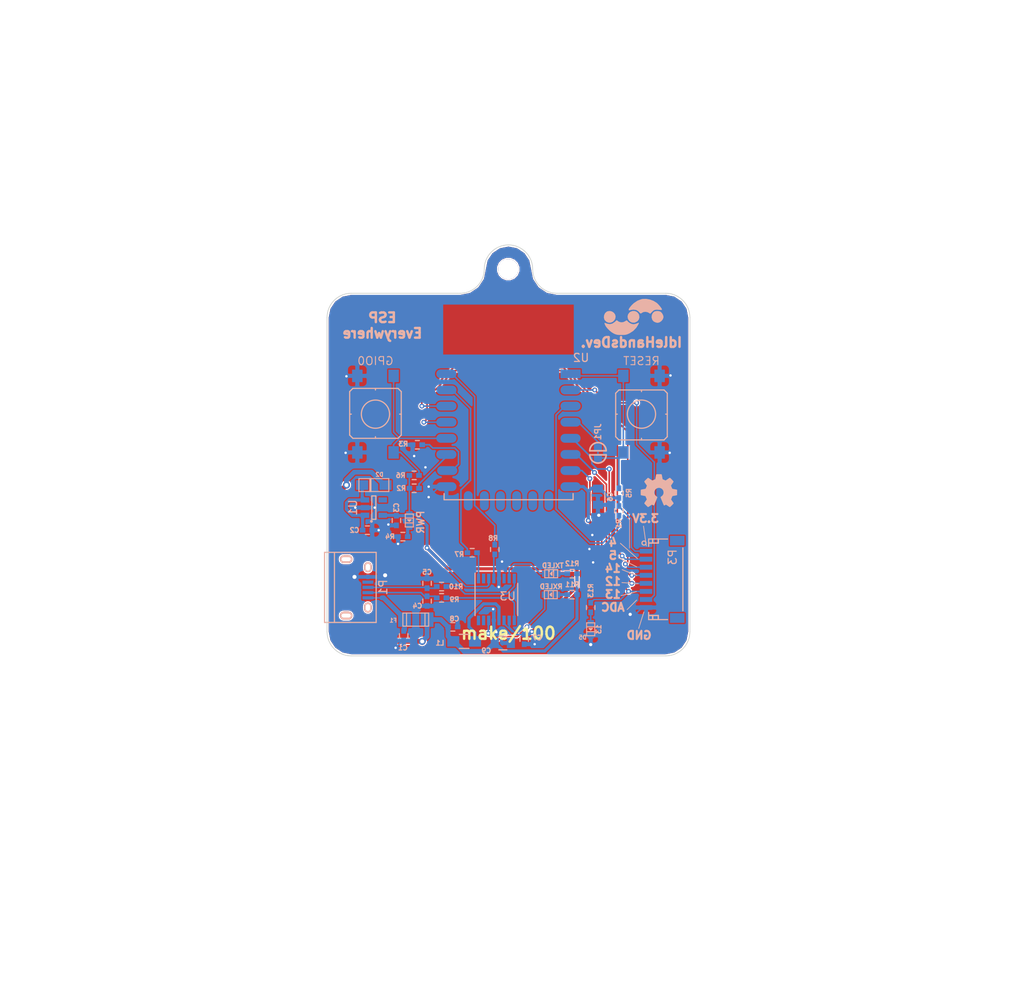
<source format=kicad_pcb>
(kicad_pcb (version 20171130) (host pcbnew "(5.1.12)-1")
  (title_block (title "Sensory Adaptation Robot") (date 2016-03-10) (rev 0.1a) (company "Idle Hands Dev.") (comment 1 "Sean Hodgins"))
  (layers (0 F.Cu signal) (31 B.Cu signal) (34 B.Paste user hide) (35 F.Paste user hide) (36 B.SilkS user hide) (37 F.SilkS user hide) (38 B.Mask user hide) (39 F.Mask user hide) (44 Edge.Cuts user))
  (net 0 "")
  (net 1 GND)
  (net 2 +3V3)
  (net 3 /GPIO0)
  (net 4 /GPIO16)
  (net 5 /CH_PD)
  (net 6 /GPIO2)
  (net 7 "Net-(D1-Pad1)")
  (net 8 /ADC)
  (net 9 /GPIO13)
  (net 10 "Net-(U2-Pad9)")
  (net 11 "Net-(U2-Pad10)")
  (net 12 "Net-(U2-Pad11)")
  (net 13 "Net-(U2-Pad12)")
  (net 14 "Net-(U2-Pad13)")
  (net 15 "Net-(U2-Pad14)")
  (net 16 /GPIO15)
  (net 17 /GPIO5)
  (net 18 "Net-(C1-Pad2)")
  (net 19 "Net-(C2-Pad1)")
  (net 20 "Net-(C4-Pad2)")
  (net 21 "Net-(C5-Pad2)")
  (net 22 VUSB)
  (net 23 "Net-(D3-Pad2)")
  (net 24 "Net-(D3-Pad1)")
  (net 25 "Net-(D4-Pad2)")
  (net 26 "Net-(D4-Pad1)")
  (net 27 "Net-(L1-Pad1)")
  (net 28 /GPIO4)
  (net 29 /GPIO12)
  (net 30 /GPIO14)
  (net 31 /RXESP)
  (net 32 "Net-(R7-Pad2)")
  (net 33 /TXESP)
  (net 34 "Net-(R8-Pad2)")
  (net 35 "Net-(R9-Pad1)")
  (net 36 "Net-(R10-Pad1)")
  (net 37 "Net-(U3-Pad2)")
  (net 38 "Net-(U3-Pad6)")
  (net 39 "Net-(U3-Pad15)")
  (net 40 "Net-(U3-Pad16)")
  (net 41 "Net-(P1-Pad4)")
  (net 42 "Net-(P1-Pad6)")
  (net 43 "Net-(D5-Pad2)")
  (module project_footprints:C_0402_Hand (layer B.Cu) (at 108.6 128.2 270)
    (fp_text reference C3 (at -1.6 0 270) (layer B.SilkS) (effects (font (size 0.6 0.6)) (justify mirror)))
    (fp_text value 2.2uF)
    (pad 1 smd rect (at -0.6 0 270) (size 0.7 0.6) (layers B.Cu B.Paste B.Mask) (net 2 +3V3))
    (pad 2 smd rect (at 0.6 0 270) (size 0.7 0.6) (layers B.Cu B.Paste B.Mask) (net 1 GND))
  )
  (module idlehands_footprints:R_0402_Hand (layer B.Cu) (at 136.2 127 270)
    (fp_text reference R1 (at 1.6 0 270) (layer B.SilkS) (effects (font (size 0.6 0.6)) (justify mirror)))
    (fp_text value 10K hide)
    (pad 1 smd rect (at -0.6 0 270) (size 0.7 0.6) (layers B.Cu B.Paste B.Mask) (net 2 +3V3))
    (pad 2 smd rect (at 0.6 0 270) (size 0.7 0.6) (layers B.Cu B.Paste B.Mask) (net 5 /CH_PD))
  )
  (module idlehands_footprints:R_0402_Hand (layer B.Cu) (at 110.8 124.2)
    (fp_text reference R2 (at -1.6 0 180) (layer B.SilkS) (effects (font (size 0.6 0.6)) (justify mirror)))
    (fp_text value 10K hide)
    (pad 1 smd rect (at -0.6 0) (size 0.7 0.6) (layers B.Cu B.Paste B.Mask) (net 2 +3V3))
    (pad 2 smd rect (at 0.6 0) (size 0.7 0.6) (layers B.Cu B.Paste B.Mask) (net 6 /GPIO2))
  )
  (module idlehands_footprints:R_0402_Hand (layer B.Cu) (at 111.2 118.8 180)
    (fp_text reference R3 (at 1.75 0.1 180) (layer B.SilkS) (effects (font (size 0.6 0.6)) (justify mirror)))
    (fp_text value 1K hide)
    (pad 1 smd rect (at -0.6 0 180) (size 0.7 0.6) (layers B.Cu B.Paste B.Mask) (net 16 /GPIO15))
    (pad 2 smd rect (at 0.6 0 180) (size 0.7 0.6) (layers B.Cu B.Paste B.Mask) (net 1 GND))
  )
  (module idlehands_footprints:R_0402_Hand (layer B.Cu) (at 109.4 130.2 180)
    (fp_text reference R4 (at 1.6 0 180) (layer B.SilkS) (effects (font (size 0.6 0.6)) (justify mirror)))
    (fp_text value 1K hide)
    (pad 1 smd rect (at -0.6 0 180) (size 0.7 0.6) (layers B.Cu B.Paste B.Mask) (net 7 "Net-(D1-Pad1)"))
    (pad 2 smd rect (at 0.6 0 180) (size 0.7 0.6) (layers B.Cu B.Paste B.Mask) (net 1 GND))
  )
  (module idlehands_footprints:R_0402_Hand (layer B.Cu) (at 136.2 124.8 90)
    (fp_text reference R5 (at 0 1.25 90) (layer B.SilkS) (effects (font (size 0.6 0.6)) (justify mirror)))
    (fp_text value 10K hide)
    (pad 1 smd rect (at -0.6 0 90) (size 0.7 0.6) (layers B.Cu B.Paste B.Mask) (net 2 +3V3))
    (pad 2 smd rect (at 0.6 0 90) (size 0.7 0.6) (layers B.Cu B.Paste B.Mask) (net 4 /GPIO16))
  )
  (module idlehands_footprints:R_0402_Hand (layer B.Cu) (at 110.8 122.6)
    (fp_text reference R6 (at -1.675 0) (layer B.SilkS) (effects (font (size 0.6 0.6)) (justify mirror)))
    (fp_text value 1K hide)
    (pad 1 smd rect (at -0.6 0) (size 0.7 0.6) (layers B.Cu B.Paste B.Mask) (net 2 +3V3))
    (pad 2 smd rect (at 0.6 0) (size 0.7 0.6) (layers B.Cu B.Paste B.Mask) (net 3 /GPIO0))
  )
  (module idlehands_footprints:SOLDER-JUMPER_1-WAY-CLOSED (layer B.Cu) (at 133.6 119.8 270)
    (fp_text reference JP1 (at -2.6 0 270) (layer B.SilkS) (effects (font (size 0.762 0.762) (thickness 0.1524)) (justify mirror)))
    (fp_text value Jumper_NC_Small hide)
    (pad 1 smd rect (at -0.65 0 270) (size 1 1) (layers B.Cu B.Paste B.Mask) (net 4 /GPIO16))
    (pad 2 smd rect (at 0.65 0 270) (size 1 1) (layers B.Cu B.Paste B.Mask) (net 4 /GPIO16))
  )
  (module project_footprints:C_0402_Hand (layer B.Cu) (at 109.5 142.5 90)
    (fp_text reference C1 (at -1.5 -0.1 180) (layer B.SilkS) (effects (font (size 0.6 0.6)) (justify mirror)))
    (fp_text value 0.1uF)
    (pad 1 smd rect (at -0.6 0 90) (size 0.7 0.6) (layers B.Cu B.Paste B.Mask) (net 1 GND))
    (pad 2 smd rect (at 0.6 0 90) (size 0.7 0.6) (layers B.Cu B.Paste B.Mask) (net 18 "Net-(C1-Pad2)"))
  )
  (module project_footprints:C_0402_Hand (layer B.Cu) (at 105 129.4)
    (fp_text reference C2 (at -1.6 0) (layer B.SilkS) (effects (font (size 0.6 0.6)) (justify mirror)))
    (fp_text value 1uF)
    (pad 1 smd rect (at -0.6 0) (size 0.7 0.6) (layers B.Cu B.Paste B.Mask) (net 19 "Net-(C2-Pad1)"))
    (pad 2 smd rect (at 0.6 0) (size 0.7 0.6) (layers B.Cu B.Paste B.Mask) (net 1 GND))
  )
  (module project_footprints:C_0402_Hand (layer B.Cu) (at 112.4 138.2 90)
    (fp_text reference C4 (at -0.6 -1.2 180) (layer B.SilkS) (effects (font (size 0.6 0.6)) (justify mirror)))
    (fp_text value 47pF)
    (pad 1 smd rect (at -0.6 0 90) (size 0.7 0.6) (layers B.Cu B.Paste B.Mask) (net 1 GND))
    (pad 2 smd rect (at 0.6 0 90) (size 0.7 0.6) (layers B.Cu B.Paste B.Mask) (net 20 "Net-(C4-Pad2)"))
  )
  (module project_footprints:C_0402_Hand (layer B.Cu) (at 112.4 136 270)
    (fp_text reference C5 (at -1.4 0) (layer B.SilkS) (effects (font (size 0.6 0.6)) (justify mirror)))
    (fp_text value 47pF)
    (pad 1 smd rect (at -0.6 0 270) (size 0.7 0.6) (layers B.Cu B.Paste B.Mask) (net 1 GND))
    (pad 2 smd rect (at 0.6 0 270) (size 0.7 0.6) (layers B.Cu B.Paste B.Mask) (net 21 "Net-(C5-Pad2)"))
  )
  (module project_footprints:C_0402_Hand (layer B.Cu) (at 124.45 142.95 90)
    (fp_text reference C7 (at 0.2 1.6 180) (layer B.SilkS) (effects (font (size 0.6 0.6)) (justify mirror)))
    (fp_text value 0.1uF)
    (pad 1 smd rect (at -0.6 0 90) (size 0.7 0.6) (layers B.Cu B.Paste B.Mask) (net 1 GND))
    (pad 2 smd rect (at 0.6 0 90) (size 0.7 0.6) (layers B.Cu B.Paste B.Mask) (net 2 +3V3))
  )
  (module project_footprints:C_0402_Hand (layer B.Cu) (at 115.6 141.4 180)
    (fp_text reference C8 (at -0.2 1 180) (layer B.SilkS) (effects (font (size 0.6 0.6)) (justify mirror)))
    (fp_text value 0.1uF)
    (pad 1 smd rect (at -0.6 0 180) (size 0.7 0.6) (layers B.Cu B.Paste B.Mask) (net 1 GND))
    (pad 2 smd rect (at 0.6 0 180) (size 0.7 0.6) (layers B.Cu B.Paste B.Mask) (net 22 VUSB))
  )
  (module idlehands_footprints:Led_0603 (layer B.Cu) (at 110.2 128.2 270)
    (fp_text reference D1 hide)
    (fp_text value PWR (at 0.2 -1.4 270) (layer B.SilkS) (effects (font (size 0.9 0.9) (thickness 0.17)) (justify mirror)))
    (pad 2 smd rect (at -0.7493 0 270) (size 0.79756 0.79756) (layers B.Cu B.Paste B.Mask) (net 2 +3V3))
    (pad 1 smd rect (at 0.7493 0 270) (size 0.79756 0.79756) (layers B.Cu B.Paste B.Mask) (net 7 "Net-(D1-Pad1)"))
  )
  (module idlehands_footprints:Led_0603 (layer B.Cu) (at 127.7507 137.4 180)
    (fp_text reference D3 hide)
    (fp_text value RXLED (at -0.0493 1 180) (layer B.SilkS) (effects (font (size 0.6 0.6)) (justify mirror)))
    (pad 2 smd rect (at -0.7493 0 180) (size 0.79756 0.79756) (layers B.Cu B.Paste B.Mask) (net 23 "Net-(D3-Pad2)"))
    (pad 1 smd rect (at 0.7493 0 180) (size 0.79756 0.79756) (layers B.Cu B.Paste B.Mask) (net 24 "Net-(D3-Pad1)"))
  )
  (module idlehands_footprints:Led_0603 (layer B.Cu) (at 127.8 134.8 180)
    (fp_text reference D4 hide)
    (fp_text value TXLED (at -0.2 1 180) (layer B.SilkS) (effects (font (size 0.6 0.6)) (justify mirror)))
    (pad 2 smd rect (at -0.7493 0 180) (size 0.79756 0.79756) (layers B.Cu B.Paste B.Mask) (net 25 "Net-(D4-Pad2)"))
    (pad 1 smd rect (at 0.7493 0 180) (size 0.79756 0.79756) (layers B.Cu B.Paste B.Mask) (net 26 "Net-(D4-Pad1)"))
  )
  (module idlehands_footprints:c_1206 (layer B.Cu) (at 111 140.5)
    (fp_text reference F1 (at -2.8 0.1) (layer B.SilkS) (effects (font (size 0.50038 0.50038) (thickness 0.11938)) (justify mirror)))
    (fp_text value 500mA hide)
    (pad 1 smd rect (at 1.397 0) (size 1.6002 1.8034) (layers B.Cu B.Paste B.Mask) (net 22 VUSB))
    (pad 2 smd rect (at -1.397 0) (size 1.6002 1.8034) (layers B.Cu B.Paste B.Mask) (net 18 "Net-(C1-Pad2)"))
  )
  (module Resistors_SMD:R_0805_HandSoldering (layer B.Cu) (at 117 143.2 180)
    (fp_text reference L1 (at 3 -0.2 180) (layer B.SilkS) (effects (font (size 0.6 0.6)) (justify mirror)))
    (fp_text value FB)
    (pad 1 smd rect (at -1.35 0 180) (size 1.5 1.3) (layers B.Cu B.Paste B.Mask) (net 27 "Net-(L1-Pad1)"))
    (pad 2 smd rect (at 1.35 0 180) (size 1.5 1.3) (layers B.Cu B.Paste B.Mask) (net 22 VUSB))
  )
  (module Connect:USB_Micro-B (layer B.Cu) (at 103.5 136.5 90)
    (fp_text reference P1 (at 0 3.45 90) (layer B.SilkS) (effects (justify mirror)))
    (fp_text value USB_OTG)
    (pad 1 smd rect (at -1.3009 1.56254) (size 1.35 0.4) (layers B.Cu B.Paste B.Mask) (net 18 "Net-(C1-Pad2)"))
    (pad 2 smd rect (at -0.6509 1.56254) (size 1.35 0.4) (layers B.Cu B.Paste B.Mask) (net 20 "Net-(C4-Pad2)"))
    (pad 3 smd rect (at -0.0009 1.56254) (size 1.35 0.4) (layers B.Cu B.Paste B.Mask) (net 21 "Net-(C5-Pad2)"))
    (pad 4 smd rect (at 0.6491 1.56254) (size 1.35 0.4) (layers B.Cu B.Paste B.Mask) (net 41 "Net-(P1-Pad4)"))
    (pad 5 smd rect (at 1.2991 1.56254) (size 1.35 0.4) (layers B.Cu B.Paste B.Mask) (net 1 GND))
    (pad 6 thru_hole oval (at -2.5009 1.56254) (size 0.95 1.25) (drill oval 0.55 0.85) (layers *.Cu *.Mask B.SilkS) (net 42 "Net-(P1-Pad6)"))
    (pad 6 thru_hole oval (at 2.4991 1.56254) (size 0.95 1.25) (drill oval 0.55 0.85) (layers *.Cu *.Mask B.SilkS) (net 42 "Net-(P1-Pad6)"))
    (pad 6 thru_hole oval (at -3.5009 -1.13746) (size 1.55 1) (drill oval 1.15 0.5) (layers *.Cu *.Mask B.SilkS) (net 42 "Net-(P1-Pad6)"))
    (pad 6 thru_hole oval (at 3.4991 -1.13746) (size 1.55 1) (drill oval 1.15 0.5) (layers *.Cu *.Mask B.SilkS) (net 42 "Net-(P1-Pad6)"))
  )
  (module idlehands_footprints:R_0402_Hand (layer B.Cu) (at 118 132.2)
    (fp_text reference R7 (at -1.6 0.2) (layer B.SilkS) (effects (font (size 0.6 0.6)) (justify mirror)))
    (fp_text value 1K hide)
    (pad 1 smd rect (at -0.6 0) (size 0.7 0.6) (layers B.Cu B.Paste B.Mask) (net 31 /RXESP))
    (pad 2 smd rect (at 0.6 0) (size 0.7 0.6) (layers B.Cu B.Paste B.Mask) (net 32 "Net-(R7-Pad2)"))
  )
  (module idlehands_footprints:R_0402_Hand (layer B.Cu) (at 120.8 131.8 270)
    (fp_text reference R8 (at -1.4 0.2) (layer B.SilkS) (effects (font (size 0.6 0.6)) (justify mirror)))
    (fp_text value 1K hide)
    (pad 1 smd rect (at -0.6 0 270) (size 0.7 0.6) (layers B.Cu B.Paste B.Mask) (net 33 /TXESP))
    (pad 2 smd rect (at 0.6 0 270) (size 0.7 0.6) (layers B.Cu B.Paste B.Mask) (net 34 "Net-(R8-Pad2)"))
  )
  (module idlehands_footprints:R_0402_Hand (layer B.Cu) (at 114.2 137.8 180)
    (fp_text reference R9 (at -1.6 -0.2 180) (layer B.SilkS) (effects (font (size 0.6 0.6)) (justify mirror)))
    (fp_text value 27R hide)
    (pad 1 smd rect (at -0.6 0 180) (size 0.7 0.6) (layers B.Cu B.Paste B.Mask) (net 35 "Net-(R9-Pad1)"))
    (pad 2 smd rect (at 0.6 0 180) (size 0.7 0.6) (layers B.Cu B.Paste B.Mask) (net 20 "Net-(C4-Pad2)"))
  )
  (module idlehands_footprints:R_0402_Hand (layer B.Cu) (at 114.2 136.4 180)
    (fp_text reference R10 (at -1.8 0 180) (layer B.SilkS) (effects (font (size 0.6 0.6)) (justify mirror)))
    (fp_text value 27R hide)
    (pad 1 smd rect (at -0.6 0 180) (size 0.7 0.6) (layers B.Cu B.Paste B.Mask) (net 36 "Net-(R10-Pad1)"))
    (pad 2 smd rect (at 0.6 0 180) (size 0.7 0.6) (layers B.Cu B.Paste B.Mask) (net 21 "Net-(C5-Pad2)"))
  )
  (module idlehands_footprints:R_0402_Hand (layer B.Cu) (at 130.4 137.4 180)
    (fp_text reference R11 (at 0 1.25 180) (layer B.SilkS) (effects (font (size 0.6 0.6)) (justify mirror)))
    (fp_text value 1K hide)
    (pad 1 smd rect (at -0.6 0 180) (size 0.7 0.6) (layers B.Cu B.Paste B.Mask) (net 22 VUSB))
    (pad 2 smd rect (at 0.6 0 180) (size 0.7 0.6) (layers B.Cu B.Paste B.Mask) (net 23 "Net-(D3-Pad2)"))
  )
  (module idlehands_footprints:R_0402_Hand (layer B.Cu) (at 130.4 134.8 180)
    (fp_text reference R12 (at 0 1.25 180) (layer B.SilkS) (effects (font (size 0.6 0.6)) (justify mirror)))
    (fp_text value 1K hide)
    (pad 1 smd rect (at -0.6 0 180) (size 0.7 0.6) (layers B.Cu B.Paste B.Mask) (net 22 VUSB))
    (pad 2 smd rect (at 0.6 0 180) (size 0.7 0.6) (layers B.Cu B.Paste B.Mask) (net 25 "Net-(D4-Pad2)"))
  )
  (module TO_SOT_Packages_SMD:SOT-23-5 (layer B.Cu) (at 105.8 126.6)
    (fp_text reference U1 (at -2.6 0 90) (layer B.SilkS) (effects (justify mirror)))
    (fp_text value AP2112K-3.3V)
    (pad 1 smd rect (at -1.1 0.95) (size 1.06 0.65) (layers B.Cu B.Paste B.Mask) (net 19 "Net-(C2-Pad1)"))
    (pad 2 smd rect (at -1.1 0) (size 1.06 0.65) (layers B.Cu B.Paste B.Mask) (net 1 GND))
    (pad 3 smd rect (at -1.1 -0.95) (size 1.06 0.65) (layers B.Cu B.Paste B.Mask) (net 19 "Net-(C2-Pad1)"))
    (pad 4 smd rect (at 1.1 -0.95) (size 1.06 0.65) (layers B.Cu B.Paste B.Mask))
    (pad 5 smd rect (at 1.1 0.95) (size 1.06 0.65) (layers B.Cu B.Paste B.Mask) (net 2 +3V3))
  )
  (module Housings_SSOP:SSOP-16_3.9x4.9mm_Pitch0.635mm (layer B.Cu) (at 121 138 270)
    (fp_text reference U3 (at -0.4 -1.4) (layer B.SilkS) (effects (justify mirror)))
    (fp_text value FT230XS)
    (pad 1 smd rect (at -2.6 2.2225 270) (size 1.2 0.4) (layers B.Cu B.Paste B.Mask) (net 32 "Net-(R7-Pad2)"))
    (pad 2 smd rect (at -2.6 1.5875 270) (size 1.2 0.4) (layers B.Cu B.Paste B.Mask) (net 37 "Net-(U3-Pad2)"))
    (pad 3 smd rect (at -2.6 0.9525 270) (size 1.2 0.4) (layers B.Cu B.Paste B.Mask) (net 2 +3V3))
    (pad 4 smd rect (at -2.6 0.3175 270) (size 1.2 0.4) (layers B.Cu B.Paste B.Mask) (net 34 "Net-(R8-Pad2)"))
    (pad 5 smd rect (at -2.6 -0.3175 270) (size 1.2 0.4) (layers B.Cu B.Paste B.Mask) (net 1 GND))
    (pad 6 smd rect (at -2.6 -0.9525 270) (size 1.2 0.4) (layers B.Cu B.Paste B.Mask) (net 38 "Net-(U3-Pad6)"))
    (pad 7 smd rect (at -2.6 -1.5875 270) (size 1.2 0.4) (layers B.Cu B.Paste B.Mask) (net 26 "Net-(D4-Pad1)"))
    (pad 8 smd rect (at -2.6 -2.2225 270) (size 1.2 0.4) (layers B.Cu B.Paste B.Mask) (net 36 "Net-(R10-Pad1)"))
    (pad 9 smd rect (at 2.6 -2.2225 270) (size 1.2 0.4) (layers B.Cu B.Paste B.Mask) (net 35 "Net-(R9-Pad1)"))
    (pad 10 smd rect (at 2.6 -1.5875 270) (size 1.2 0.4) (layers B.Cu B.Paste B.Mask) (net 2 +3V3))
    (pad 11 smd rect (at 2.6 -0.9525 270) (size 1.2 0.4) (layers B.Cu B.Paste B.Mask) (net 2 +3V3))
    (pad 12 smd rect (at 2.6 -0.3175 270) (size 1.2 0.4) (layers B.Cu B.Paste B.Mask) (net 27 "Net-(L1-Pad1)"))
    (pad 13 smd rect (at 2.6 0.3175 270) (size 1.2 0.4) (layers B.Cu B.Paste B.Mask) (net 1 GND))
    (pad 14 smd rect (at 2.6 0.9525 270) (size 1.2 0.4) (layers B.Cu B.Paste B.Mask) (net 24 "Net-(D3-Pad1)"))
    (pad 15 smd rect (at 2.6 1.5875 270) (size 1.2 0.4) (layers B.Cu B.Paste B.Mask) (net 39 "Net-(U3-Pad15)"))
    (pad 16 smd rect (at 2.6 2.2225 270) (size 1.2 0.4) (layers B.Cu B.Paste B.Mask) (net 40 "Net-(U3-Pad16)"))
  )
  (module project_footprints:kickstarterK (layer F.Cu) (at 122.5 122.5)
    (fp_text reference G*** hide)
    (fp_text value LOGO hide)
  )
  (module ESP8266:ESP-12E_SMD (layer B.Cu) (at 129.5 110 180)
    (fp_text reference U2 (at -2 2 180) (layer B.SilkS) (effects (justify mirror)))
    (fp_text value ESP-12E)
    (pad 1 smd rect (at 0 0 180) (size 2.5 1.1) (drill (offset -0.7 0)) (layers B.Cu B.Paste B.Mask) (net 4 /GPIO16))
    (pad 2 smd oval (at 0 -2 180) (size 2.5 1.1) (drill (offset -0.7 0)) (layers B.Cu B.Paste B.Mask) (net 8 /ADC))
    (pad 3 smd oval (at 0 -4 180) (size 2.5 1.1) (drill (offset -0.7 0)) (layers B.Cu B.Paste B.Mask) (net 5 /CH_PD))
    (pad 4 smd oval (at 0 -6 180) (size 2.5 1.1) (drill (offset -0.7 0)) (layers B.Cu B.Paste B.Mask) (net 4 /GPIO16))
    (pad 5 smd oval (at 0 -8 180) (size 2.5 1.1) (drill (offset -0.7 0)) (layers B.Cu B.Paste B.Mask) (net 30 /GPIO14))
    (pad 6 smd oval (at 0 -10 180) (size 2.5 1.1) (drill (offset -0.7 0)) (layers B.Cu B.Paste B.Mask) (net 29 /GPIO12))
    (pad 7 smd oval (at 0 -12 180) (size 2.5 1.1) (drill (offset -0.7 0)) (layers B.Cu B.Paste B.Mask) (net 9 /GPIO13))
    (pad 8 smd oval (at 0 -14 180) (size 2.5 1.1) (drill (offset -0.7 0)) (layers B.Cu B.Paste B.Mask) (net 2 +3V3))
    (pad 9 smd oval (at 1.99 -15.75 90) (size 2.4 1.1) (layers B.Cu B.Paste B.Mask) (net 10 "Net-(U2-Pad9)"))
    (pad 10 smd oval (at 3.99 -15.75 90) (size 2.4 1.1) (layers B.Cu B.Paste B.Mask) (net 11 "Net-(U2-Pad10)"))
    (pad 11 smd oval (at 5.99 -15.75 90) (size 2.4 1.1) (layers B.Cu B.Paste B.Mask) (net 12 "Net-(U2-Pad11)"))
    (pad 12 smd oval (at 7.99 -15.75 90) (size 2.4 1.1) (layers B.Cu B.Paste B.Mask) (net 13 "Net-(U2-Pad12)"))
    (pad 13 smd oval (at 9.99 -15.75 90) (size 2.4 1.1) (layers B.Cu B.Paste B.Mask) (net 14 "Net-(U2-Pad13)"))
    (pad 14 smd oval (at 11.99 -15.75 90) (size 2.4 1.1) (layers B.Cu B.Paste B.Mask) (net 15 "Net-(U2-Pad14)"))
    (pad 15 smd oval (at 14 -14 180) (size 2.5 1.1) (drill (offset 0.7 0)) (layers B.Cu B.Paste B.Mask) (net 1 GND))
    (pad 16 smd oval (at 14 -12 180) (size 2.5 1.1) (drill (offset 0.6 0)) (layers B.Cu B.Paste B.Mask) (net 16 /GPIO15))
    (pad 17 smd oval (at 14 -10 180) (size 2.5 1.1) (drill (offset 0.7 0)) (layers B.Cu B.Paste B.Mask) (net 6 /GPIO2))
    (pad 18 smd oval (at 14 -8 180) (size 2.5 1.1) (drill (offset 0.7 0)) (layers B.Cu B.Paste B.Mask) (net 3 /GPIO0))
    (pad 19 smd oval (at 14 -6 180) (size 2.5 1.1) (drill (offset 0.7 0)) (layers B.Cu B.Paste B.Mask) (net 28 /GPIO4))
    (pad 20 smd oval (at 14 -4 180) (size 2.5 1.1) (drill (offset 0.7 0)) (layers B.Cu B.Paste B.Mask) (net 17 /GPIO5))
    (pad 21 smd oval (at 14 -2 180) (size 2.5 1.1) (drill (offset 0.7 0)) (layers B.Cu B.Paste B.Mask) (net 31 /RXESP))
    (pad 22 smd oval (at 14 0 180) (size 2.5 1.1) (drill (offset 0.7 0)) (layers B.Cu B.Paste B.Mask) (net 33 /TXESP))
  )
  (module idlehands_footprints:Button_CKN9112CT-ND (layer B.Cu) (at 139 115 270)
    (fp_text reference SW3 hide)
    (fp_text value RESET (at -6.6 0) (layer B.SilkS) (effects (font (thickness 0.125)) (justify mirror)))
    (pad 1 smd rect (at 4.75 -2.25 270) (size 1.55 1.3) (layers B.Cu B.Paste B.Mask) (net 1 GND))
    (pad 2 smd rect (at 4.75 2.25 270) (size 1.55 1.3) (layers B.Cu B.Paste B.Mask) (net 4 /GPIO16))
    (pad 2 smd rect (at -4.75 2.25 270) (size 1.55 1.3) (layers B.Cu B.Paste B.Mask) (net 4 /GPIO16))
    (pad 1 smd rect (at -4.75 -2.25 270) (size 1.55 1.3) (layers B.Cu B.Paste B.Mask) (net 1 GND))
  )
  (module idlehands_footprints:Button_CKN9112CT-ND (layer B.Cu) (at 106 115 90)
    (fp_text reference SW2 hide)
    (fp_text value GPIO0 (at 6.6 0 180) (layer B.SilkS) (effects (font (thickness 0.125)) (justify mirror)))
    (pad 1 smd rect (at 4.75 -2.25 90) (size 1.55 1.3) (layers B.Cu B.Paste B.Mask) (net 1 GND))
    (pad 2 smd rect (at 4.75 2.25 90) (size 1.55 1.3) (layers B.Cu B.Paste B.Mask) (net 3 /GPIO0))
    (pad 2 smd rect (at -4.75 2.25 90) (size 1.55 1.3) (layers B.Cu B.Paste B.Mask) (net 3 /GPIO0))
    (pad 1 smd rect (at -4.75 -2.25 90) (size 1.55 1.3) (layers B.Cu B.Paste B.Mask) (net 1 GND))
  )
  (module idlehands_footprints:MountingHole_2.5mm_NO (layer F.Cu) (at 122.5 97)
    (fp_text reference REF** hide)
    (fp_text value MountingHole_2.5mm hide)
    (pad 1 thru_hole circle (at -0.025 0) (size 2.5 2.5) (drill 2.5) (layers *.Cu))
  )
  (module idlehands_footprints:Led_0603 (layer B.Cu) (at 132.7 141.7 270)
    (fp_text reference D5 (at 1 1 180) (layer B.SilkS) (effects (font (size 0.5 0.5) (thickness 0.125)) (justify mirror)))
    (fp_text value 13 (at 0 -1 270) (layer B.SilkS) (effects (font (size 0.6 0.6)) (justify mirror)))
    (pad 2 smd rect (at -0.7493 0 270) (size 0.79756 0.79756) (layers B.Cu B.Paste B.Mask) (net 43 "Net-(D5-Pad2)"))
    (pad 1 smd rect (at 0.7493 0 270) (size 0.79756 0.79756) (layers B.Cu B.Paste B.Mask) (net 1 GND))
  )
  (module idlehands_footprints:R_0402_Hand (layer B.Cu) (at 132.7 139 270)
    (fp_text reference R13 (at -2.1 0 270) (layer B.SilkS) (effects (font (size 0.6 0.6)) (justify mirror)))
    (fp_text value 1K hide)
    (pad 1 smd rect (at -0.6 0 270) (size 0.7 0.6) (layers B.Cu B.Paste B.Mask) (net 9 /GPIO13))
    (pad 2 smd rect (at 0.6 0 270) (size 0.7 0.6) (layers B.Cu B.Paste B.Mask) (net 43 "Net-(D5-Pad2)"))
  )
  (module idlehands_footprints:bat20j (layer B.Cu) (at 105.8 123.8 180)
    (fp_text reference D2 (at -0.7 1.3 180) (layer B.SilkS) (effects (font (size 0.5 0.5) (thickness 0.125)) (justify mirror)))
    (fp_text value BAT20J hide)
    (pad 2 smd rect (at -1.45 0 180) (size 1.5 1.2) (layers B.Cu B.Paste B.Mask) (net 22 VUSB))
    (pad 1 smd rect (at 1.45 0 180) (size 1.5 1.2) (layers B.Cu B.Paste B.Mask) (net 19 "Net-(C2-Pad1)"))
  )
  (module idlehands_footprints:C_0805 (layer B.Cu) (at 133.6 125.25 90)
    (fp_text reference C6 (at 0 1.5 90) (layer B.SilkS) (effects (font (size 0.6 0.6)) (justify mirror)))
    (fp_text value 10uF)
    (pad 1 smd rect (at -1 0 90) (size 1 1.25) (layers B.Cu B.Paste B.Mask) (net 1 GND))
    (pad 2 smd rect (at 1 0 90) (size 1 1.25) (layers B.Cu B.Paste B.Mask) (net 2 +3V3))
  )
  (module idlehands_footprints:C_0805 (layer B.Cu) (at 121.8 143.4 180)
    (fp_text reference C9 (at 2.05 -0.95 180) (layer B.SilkS) (effects (font (size 0.6 0.6)) (justify mirror)))
    (fp_text value 10uF)
    (pad 1 smd rect (at -1 0 180) (size 1 1.25) (layers B.Cu B.Paste B.Mask) (net 1 GND))
    (pad 2 smd rect (at 1 0 180) (size 1 1.25) (layers B.Cu B.Paste B.Mask) (net 22 VUSB))
  )
  (module Connectors_JST_SH:Connectors_JST_SM08B-SRSS-TB (layer B.Cu) (at 141.5 135.5 270)
    (fp_text reference P3 (at -2.75 -1.35 270) (layer B.SilkS) (effects (justify mirror)))
    (fp_text value CONN_01X08)
    (pad 1 smd rect (at -3.5 1.9375 270) (size 0.6 1.55) (layers B.Cu B.Paste B.Mask) (net 2 +3V3))
    (pad 2 smd rect (at -2.5 1.9375 270) (size 0.6 1.55) (layers B.Cu B.Paste B.Mask) (net 28 /GPIO4))
    (pad 3 smd rect (at -1.5 1.9375 270) (size 0.6 1.55) (layers B.Cu B.Paste B.Mask) (net 17 /GPIO5))
    (pad 4 smd rect (at -0.5 1.9375 270) (size 0.6 1.55) (layers B.Cu B.Paste B.Mask) (net 30 /GPIO14))
    (pad 5 smd rect (at 0.5 1.9375 270) (size 0.6 1.55) (layers B.Cu B.Paste B.Mask) (net 29 /GPIO12))
    (pad 6 smd rect (at 1.5 1.9375 270) (size 0.6 1.55) (layers B.Cu B.Paste B.Mask) (net 9 /GPIO13))
    (pad 7 smd rect (at 2.5 1.9375 270) (size 0.6 1.55) (layers B.Cu B.Paste B.Mask) (net 8 /ADC))
    (pad 8 smd rect (at 3.5 1.9375 270) (size 0.6 1.55) (layers B.Cu B.Paste B.Mask) (net 1 GND))
    (pad "" smd rect (at -4.8 -1.9375 270) (size 1.2 1.8) (layers B.Cu B.Paste B.Mask))
    (pad "" smd rect (at 4.8 -1.9375 270) (size 1.2 1.8) (layers B.Cu B.Paste B.Mask))
  )
  (module idlehands_footprints:IdlehandsdevLogo (layer B.Cu) (at 138 103)
    (fp_text reference G*** hide)
    (fp_text value LOGO hide)
  )
  (module idlehands_footprints:OSHLogo (layer B.Cu) (at 141.15 124.55 180)
    (fp_text reference G*** hide)
    (fp_text value LOGO hide)
  )
  (gr_line (start 138.65 141.6) (end 139.3 139.55) (layer B.SilkS) (width 0.1))
  (gr_text GND (at 138.7 142.45) (layer B.SilkS) (effects (font (size 1 1) (thickness 0.25)) (justify mirror)))
  (gr_line (start 139.25 128.9) (end 139.6 131.35) (layer B.SilkS) (width 0.1))
  (gr_text "3.3V\n" (at 139.5 127.95) (layer B.SilkS) (effects (font (size 1 1) (thickness 0.25)) (justify mirror)))
  (gr_text make/100 (at 122.5 142.2) (layer F.SilkS) (effects (font (size 1.5 1.5) (thickness 0.3))))
  (gr_line (start 137.225 139.25) (end 138.4 138.075) (layer B.SilkS) (width 0.1))
  (gr_line (start 136.475 137.525) (end 138.375 137.025) (layer B.SilkS) (width 0.1))
  (gr_line (start 136.575 135.9) (end 138.6 136.05) (layer B.SilkS) (width 0.1))
  (gr_line (start 136.6 134.3) (end 138.425 135.025) (layer B.SilkS) (width 0.1))
  (gr_line (start 136.15 132.825) (end 138.4 133.95) (layer B.SilkS) (width 0.1))
  (gr_line (start 136.375 131.025) (end 138.5 132.925) (layer B.SilkS) (width 0.1))
  (gr_text "4\n5\n14\n12\n13\nADC" (at 135.45 134.95) (layer B.SilkS) (effects (font (size 1 1) (thickness 0.25)) (justify mirror)))
  (gr_text "ESP\nEverywhere" (at 106.85 104) (layer B.SilkS) (effects (font (size 1.2 1.2) (thickness 0.3)) (justify mirror)))
  (gr_text "IdleHandsDev.\n" (at 137.75 106.1) (layer B.SilkS) (effects (font (size 1.2 1.2) (thickness 0.3)) (justify mirror)))
  (gr_line (start 142 100) (end 128.5 100) (layer Edge.Cuts) (width 0.1))
  (gr_arc (start 128.5 97) (end 128.5 100) (angle 90) (layer Edge.Cuts) (width 0.1))
  (gr_arc (start 122.5 97) (end 119.5 97) (angle 180) (layer Edge.Cuts) (width 0.1))
  (gr_arc (start 116.5 97) (end 119.5 97) (angle 90) (layer Edge.Cuts) (width 0.1))
  (gr_arc (start 142 142) (end 145 142) (angle 90) (layer Edge.Cuts) (width 0.1))
  (gr_arc (start 103 142) (end 103 145) (angle 90) (layer Edge.Cuts) (width 0.1))
  (gr_arc (start 103 103) (end 100 103) (angle 90) (layer Edge.Cuts) (width 0.1))
  (gr_arc (start 142 103) (end 142 100) (angle 90) (layer Edge.Cuts) (width 0.1))
  (gr_line (start 103 145) (end 142 145) (layer Edge.Cuts) (width 0.1))
  (gr_line (start 145 103) (end 145 142) (layer Edge.Cuts) (width 0.1))
  (gr_line (start 103 100) (end 116.5 100) (layer Edge.Cuts) (width 0.1))
  (gr_line (start 100 142) (end 100 103) (layer Edge.Cuts) (width 0.1))
  (segment (start 132.7 142.4493) (end 132.7 143.6) (width 0.2) (layer B.Cu) (net 1))
  (via (at 132.7 143.6) (size 0.6) (drill 0.4) (layers F.Cu B.Cu) (net 1))
  (segment (start 139.5625 139) (end 139.0875 139) (width 0.2) (layer B.Cu) (net 1))
  (segment (start 139.0875 139) (end 138.2375 139.85) (width 0.2) (layer B.Cu) (net 1))
  (segment (start 138.2375 139.85) (end 137.6 139.85) (width 0.2) (layer B.Cu) (net 1))
  (via (at 137.6 139.85) (size 0.6) (drill 0.4) (layers F.Cu B.Cu) (net 1))
  (segment (start 124.45 143.55) (end 125.75 143.55) (width 0.2) (layer B.Cu) (net 1))
  (via (at 125.75 143.55) (size 0.6) (drill 0.3) (layers F.Cu B.Cu) (net 1))
  (segment (start 133.7 127.55) (end 133.35 127.9) (width 0.2) (layer B.Cu) (net 1))
  (segment (start 133.35 127.9) (end 133.35 129.55) (width 0.2) (layer B.Cu) (net 1))
  (segment (start 133.6 126.25) (end 133.6 127.45) (width 0.2) (layer B.Cu) (net 1))
  (segment (start 133.6 127.45) (end 133.7 127.55) (width 0.2) (layer B.Cu) (net 1))
  (via (at 133.7 127.55) (size 0.6) (drill 0.4) (layers F.Cu B.Cu) (net 1))
  (segment (start 132.9 130) (end 132.9 130.424264) (width 0.2) (layer F.Cu) (net 1))
  (segment (start 132.9 130.424264) (end 132.95 130.474264) (width 0.2) (layer F.Cu) (net 1))
  (segment (start 132.95 130.474264) (end 132.95 131.33076) (width 0.2) (layer F.Cu) (net 1))
  (segment (start 133.35 129.55) (end 132.9 130) (width 0.2) (layer B.Cu) (net 1))
  (via (at 132.9 130) (size 0.6) (drill 0.3) (layers F.Cu B.Cu) (net 1))
  (segment (start 121.4 133.55) (end 121.45 133.55) (width 0.2) (layer B.Cu) (net 1))
  (segment (start 121.45 133.55) (end 121.7 133.3) (width 0.2) (layer B.Cu) (net 1))
  (via (at 121.7 133.3) (size 0.6) (drill 0.3) (layers F.Cu B.Cu) (net 1))
  (segment (start 115.5 124) (end 113.9 124) (width 0.2) (layer B.Cu) (net 1))
  (via (at 112.6 125.3) (size 0.6) (drill 0.3) (layers F.Cu B.Cu) (net 1))
  (segment (start 113.9 124) (end 112.6 125.3) (width 0.2) (layer B.Cu) (net 1))
  (segment (start 109.5 143.1) (end 109.4 143.1) (width 0.2) (layer B.Cu) (net 1))
  (segment (start 109.4 143.1) (end 108.5 144) (width 0.2) (layer B.Cu) (net 1))
  (via (at 108.5 144) (size 0.6) (drill 0.3) (layers F.Cu B.Cu) (net 1))
  (segment (start 121.3175 135.4) (end 121.3175 133.6325) (width 0.2) (layer B.Cu) (net 1))
  (segment (start 121.3175 133.6325) (end 121.4 133.55) (width 0.2) (layer B.Cu) (net 1))
  (segment (start 121.3175 135.4) (end 121.3175 136.4325) (width 0.2) (layer B.Cu) (net 1))
  (segment (start 121.3175 136.4325) (end 121.3 136.45) (width 0.2) (layer B.Cu) (net 1))
  (via (at 121.3 136.45) (size 0.6) (drill 0.3) (layers F.Cu B.Cu) (net 1))
  (segment (start 141.25 119.75) (end 142.45 119.75) (width 0.2) (layer B.Cu) (net 1))
  (via (at 142.5 119.8) (size 0.6) (drill 0.3) (layers F.Cu B.Cu) (net 1))
  (segment (start 142.45 119.75) (end 142.5 119.8) (width 0.2) (layer B.Cu) (net 1))
  (segment (start 141.25 110.25) (end 142.55 110.25) (width 0.2) (layer B.Cu) (net 1))
  (segment (start 142.55 110.25) (end 142.6 110.2) (width 0.2) (layer B.Cu) (net 1))
  (via (at 142.6 110.2) (size 0.6) (drill 0.3) (layers F.Cu B.Cu) (net 1))
  (segment (start 103.75 110.25) (end 102.45 110.25) (width 0.2) (layer B.Cu) (net 1))
  (segment (start 102.45 110.25) (end 102.4 110.3) (width 0.2) (layer B.Cu) (net 1))
  (via (at 102.4 110.3) (size 0.6) (drill 0.3) (layers F.Cu B.Cu) (net 1))
  (segment (start 103.75 119.75) (end 102.35 119.75) (width 0.2) (layer B.Cu) (net 1))
  (segment (start 102.35 119.75) (end 102.3 119.8) (width 0.2) (layer B.Cu) (net 1))
  (via (at 102.3 119.8) (size 0.6) (drill 0.3) (layers F.Cu B.Cu) (net 1))
  (segment (start 108.8 130.2) (end 108.8 131.1) (width 0.2) (layer B.Cu) (net 1))
  (via (at 108.8 131.1) (size 0.6) (drill 0.3) (layers F.Cu B.Cu) (net 1))
  (segment (start 108.6 128.8) (end 107.7 128.8) (width 0.2) (layer B.Cu) (net 1))
  (segment (start 107.7 128.8) (end 107.6 128.7) (width 0.2) (layer B.Cu) (net 1))
  (via (at 107.6 128.7) (size 0.6) (drill 0.3) (layers F.Cu B.Cu) (net 1))
  (segment (start 105.6 129.4) (end 106.4 129.4) (width 0.2) (layer B.Cu) (net 1))
  (via (at 106.4 129.4) (size 0.6) (drill 0.3) (layers F.Cu B.Cu) (net 1))
  (segment (start 104.7 126.6) (end 105.9 126.6) (width 0.2) (layer B.Cu) (net 1))
  (via (at 105.9 126.6) (size 0.6) (drill 0.3) (layers F.Cu B.Cu) (net 1))
  (segment (start 104.7 126.6) (end 103.5 126.6) (width 0.2) (layer B.Cu) (net 1))
  (via (at 103.5 126.6) (size 0.6) (drill 0.3) (layers F.Cu B.Cu) (net 1))
  (segment (start 132.54038 131.74038) (end 132.54038 132.94038) (width 0.2) (layer B.Cu) (net 1))
  (segment (start 132.54038 132.94038) (end 133 133.4) (width 0.2) (layer B.Cu) (net 1))
  (via (at 133 133.4) (size 0.6) (drill 0.3) (layers F.Cu B.Cu) (net 1))
  (segment (start 132.95 131.33076) (end 132.54038 131.74038) (width 0.2) (layer F.Cu) (net 1))
  (via (at 132.54038 131.74038) (size 0.6) (drill 0.3) (layers F.Cu B.Cu) (net 1))
  (segment (start 120.6825 140.6) (end 120.6825 141.7325) (width 0.2) (layer B.Cu) (net 1))
  (segment (start 120.6825 141.7325) (end 121 142.05) (width 0.2) (layer B.Cu) (net 1))
  (via (at 121 142.05) (size 0.6) (drill 0.3) (layers F.Cu B.Cu) (net 1))
  (segment (start 120.6825 140.6) (end 120.6825 139.2825) (width 0.4) (layer B.Cu) (net 1))
  (segment (start 120.6825 139.2825) (end 120.6 139.2) (width 0.4) (layer B.Cu) (net 1))
  (via (at 120.6 139.2) (size 0.6) (drill 0.3) (layers F.Cu B.Cu) (net 1))
  (segment (start 110.6 118.8) (end 110.6 120) (width 0.2) (layer B.Cu) (net 1))
  (segment (start 110.6 120) (end 110.8 120.2) (width 0.2) (layer B.Cu) (net 1))
  (segment (start 112.2 121.6) (end 110.8 120.2) (width 0.2) (layer B.Cu) (net 1))
  (via (at 110.8 120.2) (size 0.6) (drill 0.3) (layers F.Cu B.Cu) (net 1))
  (segment (start 112.6 124) (end 112.6 122) (width 0.2) (layer F.Cu) (net 1))
  (segment (start 112.6 122) (end 112.2 121.6) (width 0.2) (layer F.Cu) (net 1))
  (via (at 112.2 121.6) (size 0.6) (drill 0.3) (layers F.Cu B.Cu) (net 1))
  (segment (start 115.5 124) (end 112.6 124) (width 0.2) (layer B.Cu) (net 1))
  (via (at 112.6 124) (size 0.6) (drill 0.3) (layers F.Cu B.Cu) (net 1))
  (segment (start 105.06254 135.2009) (end 106.9991 135.2009) (width 0.4) (layer B.Cu) (net 1))
  (segment (start 106.9991 135.2009) (end 107.2 135) (width 0.4) (layer B.Cu) (net 1))
  (via (at 107.2 135) (size 0.89) (drill 0.5) (layers F.Cu B.Cu) (net 1))
  (segment (start 105.06254 135.2009) (end 103.4009 135.2009) (width 0.4) (layer B.Cu) (net 1))
  (segment (start 103.4009 135.2009) (end 103.4 135.2) (width 0.4) (layer B.Cu) (net 1))
  (via (at 103.4 135.2) (size 0.89) (drill 0.5) (layers F.Cu B.Cu) (net 1))
  (segment (start 124.6 143.4) (end 124.55 143.4) (width 0.2) (layer B.Cu) (net 1))
  (segment (start 137.75 131.55) (end 137.75 128) (width 0.2) (layer B.Cu) (net 2))
  (segment (start 137.75 128) (end 136.2 126.45) (width 0.2) (layer B.Cu) (net 2))
  (segment (start 136.2 126.45) (end 136.2 126.4) (width 0.2) (layer B.Cu) (net 2))
  (segment (start 138.2 132) (end 137.75 131.55) (width 0.2) (layer B.Cu) (net 2))
  (segment (start 139.5625 132) (end 138.2 132) (width 0.2) (layer B.Cu) (net 2))
  (segment (start 123.15 142) (end 123.5 142.35) (width 0.2) (layer B.Cu) (net 2))
  (segment (start 123.5 142.35) (end 124.45 142.35) (width 0.2) (layer B.Cu) (net 2))
  (segment (start 125.4 142) (end 125.05 142.35) (width 0.4) (layer B.Cu) (net 2))
  (segment (start 125.05 142.35) (end 124.45 142.35) (width 0.4) (layer B.Cu) (net 2))
  (segment (start 136.2 126.4) (end 136.2 125.4) (width 0.2) (layer B.Cu) (net 2))
  (segment (start 110.2 124.2) (end 110.2 122.6) (width 0.2) (layer B.Cu) (net 2))
  (segment (start 110.2 127.4507) (end 110.2 126.85192) (width 0.2) (layer B.Cu) (net 2))
  (segment (start 110.2 126.85192) (end 110.2 124.2) (width 0.2) (layer B.Cu) (net 2))
  (segment (start 131 136.4) (end 125.4 142) (width 0.4) (layer F.Cu) (net 2))
  (via (at 125.4 142) (size 0.6) (drill 0.3) (layers F.Cu B.Cu) (net 2))
  (segment (start 131 134.2) (end 131 136.4) (width 0.4) (layer F.Cu) (net 2))
  (segment (start 133.6 131.6) (end 133.6 129.4) (width 0.4) (layer F.Cu) (net 2))
  (segment (start 133.6 129.4) (end 132.4 128.2) (width 0.4) (layer F.Cu) (net 2))
  (segment (start 131 134.2) (end 133.6 131.6) (width 0.4) (layer F.Cu) (net 2))
  (segment (start 115 134.2) (end 131 134.2) (width 0.4) (layer F.Cu) (net 2))
  (segment (start 112.4 131.6) (end 115 134.2) (width 0.4) (layer F.Cu) (net 2))
  (segment (start 136.2 125.4) (end 135 125.4) (width 0.4) (layer B.Cu) (net 2))
  (segment (start 135 125.4) (end 133.8 124.2) (width 0.4) (layer B.Cu) (net 2))
  (segment (start 132.4 124.6) (end 132.8 124.2) (width 0.4) (layer B.Cu) (net 2))
  (segment (start 132.8 124.2) (end 133.8 124.2) (width 0.4) (layer B.Cu) (net 2))
  (segment (start 132.4 128.2) (end 132.4 124.6) (width 0.4) (layer B.Cu) (net 2))
  (segment (start 132.4 124.6) (end 131.8 124) (width 0.4) (layer B.Cu) (net 2))
  (segment (start 131.8 124) (end 129.5 124) (width 0.4) (layer B.Cu) (net 2))
  (via (at 132.4 128.2) (size 0.6) (drill 0.3) (layers F.Cu B.Cu) (net 2))
  (via (at 112.4 131.6) (size 0.6) (drill 0.3) (layers F.Cu B.Cu) (net 2))
  (segment (start 112.4 128.85192) (end 112.4 131.6) (width 0.4) (layer B.Cu) (net 2))
  (segment (start 112.4 131.6) (end 114.6 133.8) (width 0.4) (layer B.Cu) (net 2))
  (segment (start 110.2 127.4507) (end 110.99878 127.4507) (width 0.4) (layer B.Cu) (net 2))
  (segment (start 110.99878 127.4507) (end 112.4 128.85192) (width 0.4) (layer B.Cu) (net 2))
  (segment (start 117.2 136.4) (end 119.8475 136.4) (width 0.2) (layer B.Cu) (net 2))
  (segment (start 119.8475 136.4) (end 120.0475 136.2) (width 0.2) (layer B.Cu) (net 2))
  (segment (start 120.0475 136.2) (end 120.0475 135.4) (width 0.2) (layer B.Cu) (net 2))
  (segment (start 114.6 133.8) (end 117.2 136.4) (width 0.2) (layer B.Cu) (net 2))
  (segment (start 123.15 142) (end 122.5875 141.4375) (width 0.2) (layer B.Cu) (net 2))
  (segment (start 123.15 142) (end 122.9525 142) (width 0.2) (layer B.Cu) (net 2))
  (segment (start 122.9525 142) (end 121.9525 141) (width 0.2) (layer B.Cu) (net 2))
  (segment (start 121.9525 141) (end 121.9525 140.6) (width 0.2) (layer B.Cu) (net 2))
  (segment (start 122.5875 141.4375) (end 122.5875 141.4) (width 0.2) (layer B.Cu) (net 2))
  (segment (start 122.5875 141.4) (end 122.5875 140.6) (width 0.2) (layer B.Cu) (net 2))
  (segment (start 108.6 127.6) (end 110.0507 127.6) (width 0.4) (layer B.Cu) (net 2))
  (segment (start 110.0507 127.6) (end 110.2 127.4507) (width 0.4) (layer B.Cu) (net 2))
  (segment (start 106.9 127.55) (end 108.55 127.55) (width 0.4) (layer B.Cu) (net 2))
  (segment (start 108.55 127.55) (end 108.6 127.6) (width 0.4) (layer B.Cu) (net 2))
  (segment (start 109.025 118) (end 108.25 117.225) (width 0.2) (layer B.Cu) (net 3))
  (segment (start 108.25 117.225) (end 108.25 110.25) (width 0.2) (layer B.Cu) (net 3))
  (segment (start 108.25 119.75) (end 108.25 118.775) (width 0.2) (layer B.Cu) (net 3))
  (segment (start 108.25 118.775) (end 109.025 118) (width 0.2) (layer B.Cu) (net 3))
  (segment (start 109.025 118) (end 115.5 118) (width 0.2) (layer B.Cu) (net 3))
  (segment (start 111.4 122.6) (end 111.4 122.05) (width 0.2) (layer B.Cu) (net 3))
  (segment (start 111.4 122.05) (end 109.1 119.75) (width 0.2) (layer B.Cu) (net 3))
  (segment (start 109.1 119.75) (end 108.25 119.75) (width 0.2) (layer B.Cu) (net 3))
  (segment (start 133.6 120.45) (end 136.05 120.45) (width 0.2) (layer B.Cu) (net 4))
  (segment (start 136.05 120.45) (end 136.75 119.75) (width 0.2) (layer B.Cu) (net 4))
  (segment (start 133.6 119.15) (end 133.6 120.45) (width 0.2) (layer B.Cu) (net 4))
  (segment (start 129.5 116) (end 131.15 116) (width 0.2) (layer B.Cu) (net 4))
  (segment (start 131.15 116) (end 133.6 118.45) (width 0.2) (layer B.Cu) (net 4))
  (segment (start 133.6 118.45) (end 133.6 119.15) (width 0.2) (layer B.Cu) (net 4))
  (segment (start 136.75 110.25) (end 129.75 110.25) (width 0.2) (layer B.Cu) (net 4))
  (segment (start 129.75 110.25) (end 129.5 110) (width 0.2) (layer B.Cu) (net 4))
  (segment (start 136.75 119.75) (end 136.75 110.25) (width 0.2) (layer B.Cu) (net 4))
  (segment (start 136.2 124.2) (end 136.2 120.3) (width 0.2) (layer B.Cu) (net 4))
  (segment (start 136.2 120.3) (end 136.75 119.75) (width 0.2) (layer B.Cu) (net 4))
  (segment (start 129.5 114) (end 128.4 115.1) (width 0.2) (layer B.Cu) (net 5))
  (segment (start 128.4 115.1) (end 128.4 126.8) (width 0.2) (layer B.Cu) (net 5))
  (segment (start 128.4 126.8) (end 132.6 131) (width 0.2) (layer B.Cu) (net 5))
  (segment (start 132.6 131) (end 134.2 131) (width 0.2) (layer B.Cu) (net 5))
  (segment (start 134.2 131) (end 136.2 129) (width 0.2) (layer B.Cu) (net 5))
  (segment (start 136.2 129) (end 136.2 127.6) (width 0.2) (layer B.Cu) (net 5))
  (segment (start 111.4 124.2) (end 111.4 123.668616) (width 0.2) (layer B.Cu) (net 6))
  (segment (start 111.4 123.668616) (end 115.068616 120) (width 0.2) (layer B.Cu) (net 6))
  (segment (start 115.068616 120) (end 115.5 120) (width 0.2) (layer B.Cu) (net 6))
  (segment (start 110 130.2) (end 110 129.1493) (width 0.4) (layer B.Cu) (net 7))
  (segment (start 110 129.1493) (end 110.2 128.9493) (width 0.4) (layer B.Cu) (net 7))
  (segment (start 138.4 113.6) (end 138.4 118.775002) (width 0.2) (layer B.Cu) (net 8))
  (segment (start 138.4 118.775002) (end 140.587501 120.962503) (width 0.2) (layer B.Cu) (net 8))
  (segment (start 140.587501 120.962503) (end 140.587501 137.449999) (width 0.2) (layer B.Cu) (net 8))
  (segment (start 140.587501 137.449999) (end 140.0375 138) (width 0.2) (layer B.Cu) (net 8))
  (segment (start 140.0375 138) (end 139.5625 138) (width 0.2) (layer B.Cu) (net 8))
  (segment (start 133.2 112) (end 132.775736 112) (width 0.2) (layer B.Cu) (net 8))
  (segment (start 132.775736 112) (end 129.5 112) (width 0.2) (layer B.Cu) (net 8))
  (segment (start 138.4 113.6) (end 134.8 113.6) (width 0.2) (layer F.Cu) (net 8))
  (segment (start 134.8 113.6) (end 133.2 112) (width 0.2) (layer F.Cu) (net 8))
  (via (at 133.2 112) (size 0.6) (drill 0.3) (layers F.Cu B.Cu) (net 8))
  (via (at 138.4 113.6) (size 0.6) (drill 0.3) (layers F.Cu B.Cu) (net 8))
  (segment (start 134.064001 133.664001) (end 134.064001 129.227591) (width 0.2) (layer F.Cu) (net 9))
  (segment (start 132.7 138.4) (end 133.1 138) (width 0.2) (layer B.Cu) (net 9))
  (segment (start 133.1 138) (end 136.4 138) (width 0.2) (layer B.Cu) (net 9))
  (segment (start 136.4 138) (end 137.4 137) (width 0.2) (layer B.Cu) (net 9))
  (segment (start 137.4 137) (end 139.5625 137) (width 0.2) (layer B.Cu) (net 9))
  (segment (start 134.064001 133.664001) (end 137.4 137) (width 0.2) (layer F.Cu) (net 9))
  (via (at 137.4 137) (size 0.6) (drill 0.3) (layers F.Cu B.Cu) (net 9))
  (segment (start 134.064001 129.3) (end 134.064001 129.227591) (width 0.2) (layer F.Cu) (net 9))
  (segment (start 134.064001 129.227591) (end 132.950001 128.113591) (width 0.2) (layer F.Cu) (net 9))
  (segment (start 132.950001 128.113591) (end 132.950001 127.700001) (width 0.2) (layer F.Cu) (net 9))
  (segment (start 132.950001 127.700001) (end 132.6 127.35) (width 0.2) (layer F.Cu) (net 9))
  (segment (start 132.6 127.35) (end 132.6 126.014002) (width 0.2) (layer F.Cu) (net 9))
  (segment (start 132.6 123) (end 132.6 126.014002) (width 0.2) (layer F.Cu) (net 9))
  (segment (start 129.5 122) (end 131.6 122) (width 0.2) (layer B.Cu) (net 9))
  (segment (start 131.6 122) (end 132.6 123) (width 0.2) (layer B.Cu) (net 9))
  (via (at 132.6 123) (size 0.6) (drill 0.3) (layers F.Cu B.Cu) (net 9))
  (segment (start 113.10001 119.19999) (end 112.70002 118.8) (width 0.2) (layer B.Cu) (net 16))
  (segment (start 112.70002 118.8) (end 112.35 118.8) (width 0.2) (layer B.Cu) (net 16))
  (segment (start 115.831374 119.19999) (end 113.10001 119.19999) (width 0.2) (layer B.Cu) (net 16))
  (segment (start 116.30001 119.668626) (end 115.831374 119.19999) (width 0.2) (layer B.Cu) (net 16))
  (segment (start 115.5 122) (end 116.30001 121.19999) (width 0.2) (layer B.Cu) (net 16))
  (segment (start 116.30001 121.19999) (end 116.30001 119.668626) (width 0.2) (layer B.Cu) (net 16))
  (segment (start 112.35 118.8) (end 111.8 118.8) (width 0.2) (layer B.Cu) (net 16))
  (segment (start 115.5 122) (end 115.3 122.2) (width 0.2) (layer B.Cu) (net 16))
  (segment (start 111.749999 114) (end 111.749999 113.155013) (width 0.2) (layer F.Cu) (net 17))
  (segment (start 137.299999 117.205011) (end 137.299999 133.300001) (width 0.2) (layer F.Cu) (net 17))
  (segment (start 111.749999 113.155013) (end 115.655022 109.24999) (width 0.2) (layer F.Cu) (net 17))
  (segment (start 115.655022 109.24999) (end 129.344978 109.24999) (width 0.2) (layer F.Cu) (net 17))
  (segment (start 129.344978 109.24999) (end 137.299999 117.205011) (width 0.2) (layer F.Cu) (net 17))
  (segment (start 137.299999 133.300001) (end 137 133.6) (width 0.2) (layer F.Cu) (net 17))
  (segment (start 115.5 114) (end 111.749999 114) (width 0.2) (layer B.Cu) (net 17))
  (via (at 111.749999 114) (size 0.6) (drill 0.3) (layers F.Cu B.Cu) (net 17))
  (segment (start 137 133.6) (end 137.4 134) (width 0.2) (layer B.Cu) (net 17))
  (segment (start 137.4 134) (end 139.5625 134) (width 0.2) (layer B.Cu) (net 17))
  (segment (start 137.150001 133.449999) (end 137 133.6) (width 0.2) (layer F.Cu) (net 17))
  (via (at 137 133.6) (size 0.6) (drill 0.3) (layers F.Cu B.Cu) (net 17))
  (segment (start 109.603 140.5) (end 109.603 141.797) (width 0.6) (layer B.Cu) (net 18))
  (segment (start 109.603 141.797) (end 109.5 141.9) (width 0.6) (layer B.Cu) (net 18))
  (segment (start 105.06254 137.8009) (end 106.8 137.8009) (width 0.2) (layer B.Cu) (net 18))
  (segment (start 109.603 140.5) (end 109.603 140.3984) (width 0.6) (layer B.Cu) (net 18))
  (segment (start 109.603 140.3984) (end 107.0055 137.8009) (width 0.6) (layer B.Cu) (net 18))
  (segment (start 107.0055 137.8009) (end 106.8 137.8009) (width 0.6) (layer B.Cu) (net 18))
  (segment (start 104.4 129.4) (end 104.4 127.85) (width 0.4) (layer B.Cu) (net 19))
  (segment (start 104.4 127.85) (end 104.7 127.55) (width 0.4) (layer B.Cu) (net 19))
  (segment (start 102.4 126) (end 102.75 125.65) (width 0.4) (layer B.Cu) (net 19))
  (segment (start 102.75 125.65) (end 104.7 125.65) (width 0.4) (layer B.Cu) (net 19))
  (segment (start 102.4 126.8) (end 102.4 126) (width 0.4) (layer B.Cu) (net 19))
  (segment (start 103.15 127.55) (end 102.4 126.8) (width 0.4) (layer B.Cu) (net 19))
  (segment (start 104.7 127.55) (end 103.15 127.55) (width 0.4) (layer B.Cu) (net 19))
  (segment (start 104.35 125.3) (end 104.7 125.65) (width 0.4) (layer B.Cu) (net 19))
  (segment (start 104.35 123.8) (end 104.35 125.3) (width 0.4) (layer B.Cu) (net 19))
  (segment (start 113.6 137.8) (end 113.65 137.8) (width 0.2) (layer B.Cu) (net 20))
  (segment (start 112.4 137.6) (end 113.4 137.6) (width 0.2) (layer B.Cu) (net 20))
  (segment (start 113.4 137.6) (end 113.6 137.8) (width 0.2) (layer B.Cu) (net 20))
  (segment (start 105.06254 137.1509) (end 111.650898 137.1509) (width 0.2) (layer B.Cu) (net 20))
  (segment (start 111.650898 137.1509) (end 112.099998 137.6) (width 0.2) (layer B.Cu) (net 20))
  (segment (start 112.099998 137.6) (end 112.4 137.6) (width 0.2) (layer B.Cu) (net 20))
  (segment (start 112.4 136.6) (end 113.4 136.6) (width 0.2) (layer B.Cu) (net 21))
  (segment (start 113.4 136.6) (end 113.6 136.4) (width 0.2) (layer B.Cu) (net 21))
  (segment (start 112.4 136.6) (end 112.2 136.6) (width 0.2) (layer B.Cu) (net 21))
  (segment (start 112.2 136.6) (end 112.1009 136.5009) (width 0.2) (layer B.Cu) (net 21))
  (segment (start 105.06254 136.5009) (end 112.1009 136.5009) (width 0.2) (layer B.Cu) (net 21))
  (segment (start 105.5 122.2) (end 103.370675 122.2) (width 0.6) (layer B.Cu) (net 22))
  (segment (start 103.370675 122.2) (end 102.4 123.170675) (width 0.6) (layer B.Cu) (net 22))
  (segment (start 102.4 123.170675) (end 102.4 123.8) (width 0.6) (layer B.Cu) (net 22))
  (segment (start 107.25 123.8) (end 107.1 123.8) (width 0.6) (layer B.Cu) (net 22))
  (segment (start 107.1 123.8) (end 105.5 122.2) (width 0.6) (layer B.Cu) (net 22))
  (segment (start 103.2 143.2) (end 101.13753 141.13753) (width 0.6) (layer F.Cu) (net 22))
  (segment (start 101.13753 141.13753) (end 101.13753 125.06247) (width 0.6) (layer F.Cu) (net 22))
  (segment (start 101.13753 125.06247) (end 102.4 123.8) (width 0.6) (layer F.Cu) (net 22))
  (via (at 102.4 123.8) (size 0.89) (drill 0.5) (layers F.Cu B.Cu) (net 22))
  (segment (start 111.170675 143.2) (end 103.2 143.2) (width 0.6) (layer F.Cu) (net 22))
  (segment (start 131 134.8) (end 131 137.4) (width 0.4) (layer B.Cu) (net 22))
  (segment (start 127 144.4) (end 131 140.4) (width 0.4) (layer B.Cu) (net 22))
  (segment (start 131 140.4) (end 131 137.4) (width 0.4) (layer B.Cu) (net 22))
  (segment (start 121.85 144.4) (end 127 144.4) (width 0.4) (layer B.Cu) (net 22))
  (segment (start 120.8 143.4) (end 120.85 143.4) (width 0.4) (layer B.Cu) (net 22))
  (segment (start 120.85 143.4) (end 121.85 144.4) (width 0.4) (layer B.Cu) (net 22))
  (segment (start 111.8 143.2) (end 111.170675 143.2) (width 0.6) (layer F.Cu) (net 22))
  (segment (start 112.397 140.5) (end 112.397 142.603) (width 0.6) (layer B.Cu) (net 22))
  (segment (start 112.397 142.603) (end 111.8 143.2) (width 0.6) (layer B.Cu) (net 22))
  (via (at 111.8 143.2) (size 0.89) (drill 0.5) (layers F.Cu B.Cu) (net 22))
  (segment (start 120.8 143.4) (end 120.75 143.4) (width 0.6) (layer B.Cu) (net 22))
  (segment (start 120.75 143.4) (end 119.7 144.45) (width 0.6) (layer B.Cu) (net 22))
  (segment (start 119.7 144.45) (end 117 144.45) (width 0.6) (layer B.Cu) (net 22))
  (segment (start 117 144.45) (end 115.75 143.2) (width 0.6) (layer B.Cu) (net 22))
  (segment (start 115.75 143.2) (end 115.65 143.2) (width 0.6) (layer B.Cu) (net 22))
  (segment (start 115 141.4) (end 115 142.55) (width 0.6) (layer B.Cu) (net 22))
  (segment (start 115 142.55) (end 115.65 143.2) (width 0.6) (layer B.Cu) (net 22))
  (segment (start 112.397 140.5) (end 114.1 140.5) (width 0.6) (layer B.Cu) (net 22))
  (segment (start 114.1 140.5) (end 115 141.4) (width 0.6) (layer B.Cu) (net 22))
  (segment (start 129.8 137.4) (end 128.5 137.4) (width 0.4) (layer B.Cu) (net 23))
  (segment (start 121.3 143) (end 120.8 143) (width 0.2) (layer F.Cu) (net 24))
  (segment (start 120.8 143) (end 120.4 142.6) (width 0.2) (layer F.Cu) (net 24))
  (segment (start 121.7 142.6) (end 121.3 143) (width 0.2) (layer F.Cu) (net 24))
  (segment (start 123.6 142.6) (end 121.7 142.6) (width 0.2) (layer F.Cu) (net 24))
  (segment (start 124.8 141.4) (end 123.6 142.6) (width 0.2) (layer F.Cu) (net 24))
  (segment (start 120.4 142.6) (end 120 142.2) (width 0.2) (layer F.Cu) (net 24))
  (segment (start 120 142.2) (end 120 140.6475) (width 0.2) (layer B.Cu) (net 24))
  (segment (start 120 140.6475) (end 120.0475 140.6) (width 0.2) (layer B.Cu) (net 24))
  (via (at 120 142.2) (size 0.6) (drill 0.3) (layers F.Cu B.Cu) (net 24))
  (segment (start 127.0014 137.4) (end 127.0014 139.1986) (width 0.2) (layer B.Cu) (net 24))
  (segment (start 127.0014 139.1986) (end 124.8 141.4) (width 0.2) (layer B.Cu) (net 24))
  (via (at 124.8 141.4) (size 0.6) (drill 0.3) (layers F.Cu B.Cu) (net 24))
  (segment (start 129.8 134.8) (end 128.5493 134.8) (width 0.4) (layer B.Cu) (net 25))
  (segment (start 123.2 133.6) (end 122.5875 134.2125) (width 0.2) (layer B.Cu) (net 26))
  (segment (start 122.5875 134.2125) (end 122.5875 135.4) (width 0.2) (layer B.Cu) (net 26))
  (segment (start 125.25192 133.6) (end 123.2 133.6) (width 0.2) (layer B.Cu) (net 26))
  (segment (start 127.0507 134.8) (end 126.45192 134.8) (width 0.2) (layer B.Cu) (net 26))
  (segment (start 126.45192 134.8) (end 125.25192 133.6) (width 0.2) (layer B.Cu) (net 26))
  (segment (start 117.6 140.347498) (end 117.6 141.4) (width 0.4) (layer B.Cu) (net 27))
  (segment (start 117.6 141.4) (end 118.35 142.15) (width 0.4) (layer B.Cu) (net 27))
  (segment (start 118.35 142.15) (end 118.35 143.2) (width 0.4) (layer B.Cu) (net 27))
  (segment (start 121.3175 140.6) (end 121.3175 138.955498) (width 0.4) (layer B.Cu) (net 27))
  (segment (start 121.3175 138.955498) (end 120.912001 138.549999) (width 0.4) (layer B.Cu) (net 27))
  (segment (start 120.912001 138.549999) (end 119.397499 138.549999) (width 0.4) (layer B.Cu) (net 27))
  (segment (start 119.397499 138.549999) (end 117.6 140.347498) (width 0.4) (layer B.Cu) (net 27))
  (segment (start 136.6 132.6) (end 136 132) (width 0.2) (layer F.Cu) (net 28))
  (segment (start 136 132) (end 136 116.4) (width 0.2) (layer F.Cu) (net 28))
  (segment (start 112.299999 115.000001) (end 112.299999 115.700001) (width 0.2) (layer F.Cu) (net 28))
  (segment (start 136 116.4) (end 129.2 109.6) (width 0.2) (layer F.Cu) (net 28))
  (segment (start 129.2 109.6) (end 115.8 109.6) (width 0.2) (layer F.Cu) (net 28))
  (segment (start 115.8 109.6) (end 112.4 113) (width 0.2) (layer F.Cu) (net 28))
  (segment (start 112.4 113) (end 112.4 114.9) (width 0.2) (layer F.Cu) (net 28))
  (segment (start 112.4 114.9) (end 112.299999 115.000001) (width 0.2) (layer F.Cu) (net 28))
  (segment (start 112.299999 115.700001) (end 112 116) (width 0.2) (layer F.Cu) (net 28))
  (segment (start 136.6 132.6) (end 137 133) (width 0.2) (layer B.Cu) (net 28))
  (segment (start 137 133) (end 139.5625 133) (width 0.2) (layer B.Cu) (net 28))
  (via (at 136.6 132.6) (size 0.6) (drill 0.3) (layers F.Cu B.Cu) (net 28))
  (segment (start 115.5 116) (end 112 116) (width 0.2) (layer B.Cu) (net 28))
  (via (at 112 116) (size 0.6) (drill 0.3) (layers F.Cu B.Cu) (net 28))
  (segment (start 134.64999 132.84999) (end 134.64999 123.719992) (width 0.2) (layer F.Cu) (net 29))
  (segment (start 137.8 136) (end 139.5625 136) (width 0.2) (layer B.Cu) (net 29))
  (segment (start 134.64999 132.84999) (end 137.8 136) (width 0.2) (layer F.Cu) (net 29))
  (via (at 137.8 136) (size 0.6) (drill 0.3) (layers F.Cu B.Cu) (net 29))
  (segment (start 133.169999 122.240001) (end 134.64999 123.719992) (width 0.2) (layer F.Cu) (net 29))
  (segment (start 129.5 120) (end 130.929998 120) (width 0.2) (layer B.Cu) (net 29))
  (segment (start 130.929998 120) (end 133.169999 122.240001) (width 0.2) (layer B.Cu) (net 29))
  (via (at 133.169999 122.240001) (size 0.6) (drill 0.3) (layers F.Cu B.Cu) (net 29))
  (segment (start 135 132.414002) (end 135 121.8) (width 0.2) (layer F.Cu) (net 30))
  (segment (start 137.8 135) (end 139.5625 135) (width 0.2) (layer B.Cu) (net 30))
  (segment (start 135 132.414002) (end 137.585998 135) (width 0.2) (layer F.Cu) (net 30))
  (segment (start 137.585998 135) (end 137.8 135) (width 0.2) (layer F.Cu) (net 30))
  (via (at 137.8 135) (size 0.6) (drill 0.3) (layers F.Cu B.Cu) (net 30))
  (segment (start 129.5 118) (end 130.4 118) (width 0.2) (layer B.Cu) (net 30))
  (segment (start 130.4 118) (end 132.849999 120.449999) (width 0.2) (layer B.Cu) (net 30))
  (segment (start 132.849999 120.449999) (end 132.849999 121.150001) (width 0.2) (layer B.Cu) (net 30))
  (segment (start 132.849999 121.150001) (end 133.499998 121.8) (width 0.2) (layer B.Cu) (net 30))
  (segment (start 133.499998 121.8) (end 135 121.8) (width 0.2) (layer B.Cu) (net 30))
  (via (at 135 121.8) (size 0.6) (drill 0.3) (layers F.Cu B.Cu) (net 30))
  (segment (start 129.5 118) (end 130.031384 118) (width 0.2) (layer B.Cu) (net 30))
  (segment (start 117.8 123.2) (end 117.8 114.3) (width 0.2) (layer B.Cu) (net 31))
  (segment (start 117.8 114.3) (end 115.5 112) (width 0.2) (layer B.Cu) (net 31))
  (segment (start 116.6 124.4) (end 117.8 123.2) (width 0.2) (layer B.Cu) (net 31))
  (segment (start 117.4 131.7) (end 116.9 131.2) (width 0.2) (layer B.Cu) (net 31))
  (segment (start 116.9 131.2) (end 116.6 130.9) (width 0.2) (layer B.Cu) (net 31))
  (segment (start 116.6 130.9) (end 116.6 124.4) (width 0.2) (layer B.Cu) (net 31))
  (segment (start 117.4 132.2) (end 117.4 131.7) (width 0.2) (layer B.Cu) (net 31))
  (segment (start 116.40001 112.90001) (end 115.5 112) (width 0.2) (layer B.Cu) (net 31))
  (segment (start 118.7775 135.4) (end 118.7775 132.3775) (width 0.2) (layer B.Cu) (net 32))
  (segment (start 118.7775 132.3775) (end 118.6 132.2) (width 0.2) (layer B.Cu) (net 32))
  (segment (start 120.8 131.2) (end 120.8 128.821384) (width 0.2) (layer B.Cu) (net 33))
  (segment (start 120.8 128.821384) (end 118.31001 126.331394) (width 0.2) (layer B.Cu) (net 33))
  (segment (start 118.31001 126.331394) (end 118.31001 112.81001) (width 0.2) (layer B.Cu) (net 33))
  (segment (start 118.31001 112.81001) (end 115.5 110) (width 0.2) (layer B.Cu) (net 33))
  (segment (start 120.6825 135.4) (end 120.6825 132.5175) (width 0.2) (layer B.Cu) (net 34))
  (segment (start 120.6825 132.5175) (end 120.8 132.4) (width 0.2) (layer B.Cu) (net 34))
  (segment (start 114.8 137.8) (end 122.6 137.8) (width 0.2) (layer B.Cu) (net 35))
  (segment (start 122.6 137.8) (end 123.2225 138.4225) (width 0.2) (layer B.Cu) (net 35))
  (segment (start 123.2225 138.4225) (end 123.2225 140.6) (width 0.2) (layer B.Cu) (net 35))
  (segment (start 117.1 137.3) (end 122.3 137.3) (width 0.2) (layer B.Cu) (net 36))
  (segment (start 117.1 137.3) (end 116.2 136.4) (width 0.2) (layer B.Cu) (net 36))
  (segment (start 116.2 136.4) (end 114.8 136.4) (width 0.2) (layer B.Cu) (net 36))
  (segment (start 122.6 137) (end 122.7 136.9) (width 0.2) (layer B.Cu) (net 36))
  (segment (start 122.7 136.9) (end 123.2225 136.3775) (width 0.2) (layer B.Cu) (net 36))
  (segment (start 122.3 137.3) (end 122.7 136.9) (width 0.2) (layer B.Cu) (net 36))
  (segment (start 123.2225 136.3775) (end 123.2225 135.4) (width 0.2) (layer B.Cu) (net 36))
  (segment (start 132.7 139.6) (end 132.7 140.9507) (width 0.2) (layer B.Cu) (net 43))
  (zone (net 1) (net_name GND) (layer F.Cu) (connect_pads (clearance 0.15)) (min_thickness 0.254) (fill yes (arc_segments 16) (thermal_gap 0.508) (thermal_bridge_width 0.508))
    (polygon (pts (xy 61.497919 177.620004) (xy 61.197919 65.495004) (xy 179.797919 64.720004) (xy 185.922919 188.195004) (xy 79.447919 185.770004)))
  )
  (zone (net 1) (net_name GND) (layer B.Cu) (connect_pads (clearance 0.15)) (min_thickness 0.254) (fill yes (arc_segments 16) (thermal_gap 0.508) (thermal_bridge_width 0.508))
    (polygon (pts (xy 60.325 176.625) (xy 59.425 63.875) (xy 178.55 63.6) (xy 186.475 187.925) (xy 80 185.5)))
  )
  (zone (net 0) (net_name "") (layer B.Cu) (connect_pads (clearance 0.15)) (min_thickness 0.254)
    (keepout (tracks not_allowed) (vias not_allowed) (copperpour not_allowed))
    (fill yes (arc_segments 16) (thermal_gap 0.508) (thermal_bridge_width 0.508))
    (polygon (pts (xy 114.4 101.4) (xy 130.6 101.4) (xy 130.6 107.6) (xy 114.4 107.6)))
  )
)
</source>
